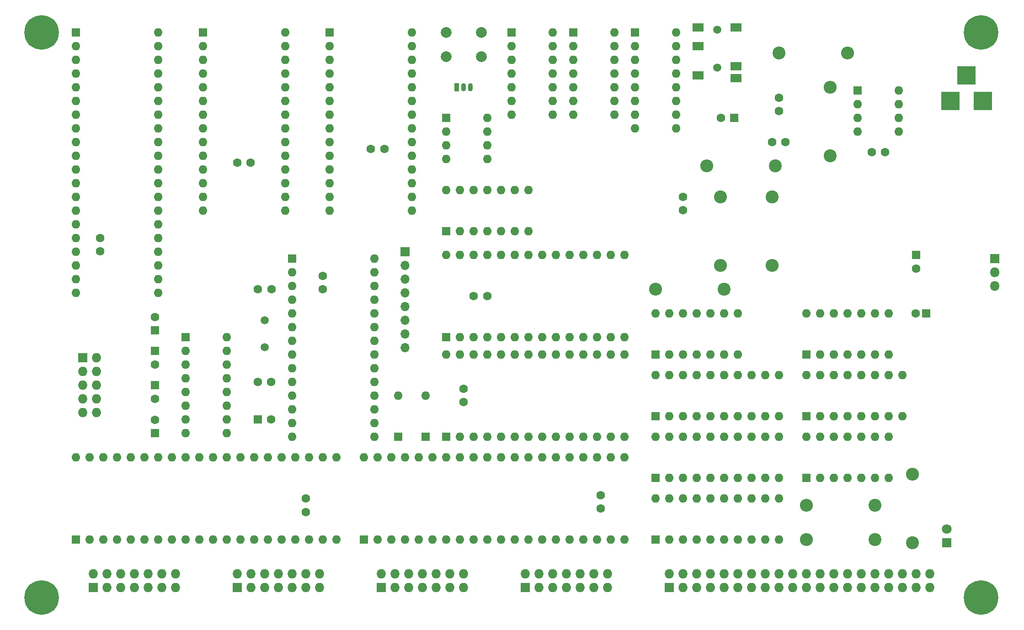
<source format=gbr>
G04 #@! TF.FileFunction,Soldermask,Top*
%FSLAX46Y46*%
G04 Gerber Fmt 4.6, Leading zero omitted, Abs format (unit mm)*
G04 Created by KiCad (PCBNEW 4.0.6-e0-6349~53~ubuntu16.04.1) date Tue Jun 13 06:23:48 2017*
%MOMM*%
%LPD*%
G01*
G04 APERTURE LIST*
%ADD10C,0.100000*%
%ADD11R,1.600000X1.600000*%
%ADD12C,1.600000*%
%ADD13O,1.600000X1.600000*%
%ADD14R,1.800000X1.800000*%
%ADD15C,1.800000*%
%ADD16R,1.727200X1.727200*%
%ADD17O,1.727200X1.727200*%
%ADD18R,3.500000X3.500000*%
%ADD19R,2.000000X1.500000*%
%ADD20C,1.500000*%
%ADD21C,6.400000*%
%ADD22O,0.900000X1.500000*%
%ADD23R,0.900000X1.500000*%
%ADD24C,2.400000*%
%ADD25O,2.400000X2.400000*%
%ADD26R,1.700000X1.700000*%
%ADD27O,1.700000X1.700000*%
%ADD28C,2.000000*%
%ADD29O,1.800000X1.800000*%
G04 APERTURE END LIST*
D10*
D11*
X50800000Y-117475000D03*
D12*
X50800000Y-114975000D03*
D11*
X50800000Y-98425000D03*
D12*
X50800000Y-95925000D03*
D11*
X50800000Y-108585000D03*
D12*
X50800000Y-111085000D03*
D11*
X69850000Y-114935000D03*
D12*
X72350000Y-114935000D03*
D11*
X50800000Y-102235000D03*
D12*
X50800000Y-104735000D03*
X69850000Y-107950000D03*
X72350000Y-107950000D03*
D11*
X191770000Y-84455000D03*
D12*
X191770000Y-86955000D03*
D11*
X193675000Y-95250000D03*
D12*
X191675000Y-95250000D03*
X40640000Y-81280000D03*
X40640000Y-83780000D03*
X66040000Y-67310000D03*
X68540000Y-67310000D03*
X90805000Y-64770000D03*
X93305000Y-64770000D03*
X81915000Y-90805000D03*
X81915000Y-88305000D03*
X78740000Y-132080000D03*
X78740000Y-129580000D03*
X107950000Y-109220000D03*
X107950000Y-111720000D03*
X133350000Y-131445000D03*
X133350000Y-128945000D03*
X165100000Y-63500000D03*
X167600000Y-63500000D03*
X72390000Y-90805000D03*
X69890000Y-90805000D03*
X186055000Y-65405000D03*
X183555000Y-65405000D03*
X148590000Y-73660000D03*
X148590000Y-76160000D03*
X166370000Y-57785000D03*
X166370000Y-55285000D03*
D11*
X158115000Y-59055000D03*
D12*
X155615000Y-59055000D03*
D11*
X95885000Y-118110000D03*
D13*
X95885000Y-110490000D03*
D11*
X100965000Y-118110000D03*
D13*
X100965000Y-110490000D03*
D14*
X197485000Y-137795000D03*
D15*
X197485000Y-135255000D03*
D16*
X37465000Y-103505000D03*
D17*
X40005000Y-103505000D03*
X37465000Y-106045000D03*
X40005000Y-106045000D03*
X37465000Y-108585000D03*
X40005000Y-108585000D03*
X37465000Y-111125000D03*
X40005000Y-111125000D03*
X37465000Y-113665000D03*
X40005000Y-113665000D03*
D16*
X39370000Y-146050000D03*
D17*
X39370000Y-143510000D03*
X41910000Y-146050000D03*
X41910000Y-143510000D03*
X44450000Y-146050000D03*
X44450000Y-143510000D03*
X46990000Y-146050000D03*
X46990000Y-143510000D03*
X49530000Y-146050000D03*
X49530000Y-143510000D03*
X52070000Y-146050000D03*
X52070000Y-143510000D03*
X54610000Y-146050000D03*
X54610000Y-143510000D03*
D16*
X66040000Y-146050000D03*
D17*
X66040000Y-143510000D03*
X68580000Y-146050000D03*
X68580000Y-143510000D03*
X71120000Y-146050000D03*
X71120000Y-143510000D03*
X73660000Y-146050000D03*
X73660000Y-143510000D03*
X76200000Y-146050000D03*
X76200000Y-143510000D03*
X78740000Y-146050000D03*
X78740000Y-143510000D03*
X81280000Y-146050000D03*
X81280000Y-143510000D03*
D18*
X198120000Y-55880000D03*
X204120000Y-55880000D03*
X201120000Y-51180000D03*
D16*
X92710000Y-146050000D03*
D17*
X92710000Y-143510000D03*
X95250000Y-146050000D03*
X95250000Y-143510000D03*
X97790000Y-146050000D03*
X97790000Y-143510000D03*
X100330000Y-146050000D03*
X100330000Y-143510000D03*
X102870000Y-146050000D03*
X102870000Y-143510000D03*
X105410000Y-146050000D03*
X105410000Y-143510000D03*
X107950000Y-146050000D03*
X107950000Y-143510000D03*
D16*
X119380000Y-146050000D03*
D17*
X119380000Y-143510000D03*
X121920000Y-146050000D03*
X121920000Y-143510000D03*
X124460000Y-146050000D03*
X124460000Y-143510000D03*
X127000000Y-146050000D03*
X127000000Y-143510000D03*
X129540000Y-146050000D03*
X129540000Y-143510000D03*
X132080000Y-146050000D03*
X132080000Y-143510000D03*
X134620000Y-146050000D03*
X134620000Y-143510000D03*
D19*
X151440000Y-51190000D03*
X151440000Y-45690000D03*
X151440000Y-42290000D03*
X158440000Y-51690000D03*
X158440000Y-49490000D03*
D20*
X154940000Y-42690000D03*
X154940000Y-49690000D03*
D19*
X158440000Y-42290000D03*
D21*
X29845000Y-147955000D03*
X29845000Y-43180000D03*
X203835000Y-43180000D03*
X203835000Y-147955000D03*
D16*
X146050000Y-146050000D03*
D17*
X146050000Y-143510000D03*
X148590000Y-146050000D03*
X148590000Y-143510000D03*
X151130000Y-146050000D03*
X151130000Y-143510000D03*
X153670000Y-146050000D03*
X153670000Y-143510000D03*
X156210000Y-146050000D03*
X156210000Y-143510000D03*
X158750000Y-146050000D03*
X158750000Y-143510000D03*
X161290000Y-146050000D03*
X161290000Y-143510000D03*
X163830000Y-146050000D03*
X163830000Y-143510000D03*
X166370000Y-146050000D03*
X166370000Y-143510000D03*
X168910000Y-146050000D03*
X168910000Y-143510000D03*
X171450000Y-146050000D03*
X171450000Y-143510000D03*
X173990000Y-146050000D03*
X173990000Y-143510000D03*
X176530000Y-146050000D03*
X176530000Y-143510000D03*
X179070000Y-146050000D03*
X179070000Y-143510000D03*
X181610000Y-146050000D03*
X181610000Y-143510000D03*
X184150000Y-146050000D03*
X184150000Y-143510000D03*
X186690000Y-146050000D03*
X186690000Y-143510000D03*
X189230000Y-146050000D03*
X189230000Y-143510000D03*
X191770000Y-146050000D03*
X191770000Y-143510000D03*
X194310000Y-146050000D03*
X194310000Y-143510000D03*
D22*
X107950000Y-53340000D03*
X109220000Y-53340000D03*
D23*
X106680000Y-53340000D03*
D24*
X175895000Y-66040000D03*
D25*
X175895000Y-53340000D03*
D24*
X155575000Y-73660000D03*
D25*
X155575000Y-86360000D03*
D24*
X165735000Y-67945000D03*
D25*
X153035000Y-67945000D03*
D24*
X165100000Y-73660000D03*
D25*
X165100000Y-86360000D03*
D24*
X166370000Y-46990000D03*
D25*
X179070000Y-46990000D03*
D24*
X191135000Y-137795000D03*
D25*
X191135000Y-125095000D03*
D24*
X184150000Y-137160000D03*
D25*
X171450000Y-137160000D03*
D24*
X184150000Y-130810000D03*
D25*
X171450000Y-130810000D03*
D24*
X156210000Y-90805000D03*
D25*
X143510000Y-90805000D03*
D26*
X97155000Y-83820000D03*
D27*
X97155000Y-86360000D03*
X97155000Y-88900000D03*
X97155000Y-91440000D03*
X97155000Y-93980000D03*
X97155000Y-96520000D03*
X97155000Y-99060000D03*
X97155000Y-101600000D03*
D28*
X104775000Y-47680000D03*
X104775000Y-43180000D03*
X111275000Y-47680000D03*
X111275000Y-43180000D03*
D11*
X36195000Y-43180000D03*
D13*
X51435000Y-91440000D03*
X36195000Y-45720000D03*
X51435000Y-88900000D03*
X36195000Y-48260000D03*
X51435000Y-86360000D03*
X36195000Y-50800000D03*
X51435000Y-83820000D03*
X36195000Y-53340000D03*
X51435000Y-81280000D03*
X36195000Y-55880000D03*
X51435000Y-78740000D03*
X36195000Y-58420000D03*
X51435000Y-76200000D03*
X36195000Y-60960000D03*
X51435000Y-73660000D03*
X36195000Y-63500000D03*
X51435000Y-71120000D03*
X36195000Y-66040000D03*
X51435000Y-68580000D03*
X36195000Y-68580000D03*
X51435000Y-66040000D03*
X36195000Y-71120000D03*
X51435000Y-63500000D03*
X36195000Y-73660000D03*
X51435000Y-60960000D03*
X36195000Y-76200000D03*
X51435000Y-58420000D03*
X36195000Y-78740000D03*
X51435000Y-55880000D03*
X36195000Y-81280000D03*
X51435000Y-53340000D03*
X36195000Y-83820000D03*
X51435000Y-50800000D03*
X36195000Y-86360000D03*
X51435000Y-48260000D03*
X36195000Y-88900000D03*
X51435000Y-45720000D03*
X36195000Y-91440000D03*
X51435000Y-43180000D03*
D11*
X59690000Y-43180000D03*
D13*
X74930000Y-76200000D03*
X59690000Y-45720000D03*
X74930000Y-73660000D03*
X59690000Y-48260000D03*
X74930000Y-71120000D03*
X59690000Y-50800000D03*
X74930000Y-68580000D03*
X59690000Y-53340000D03*
X74930000Y-66040000D03*
X59690000Y-55880000D03*
X74930000Y-63500000D03*
X59690000Y-58420000D03*
X74930000Y-60960000D03*
X59690000Y-60960000D03*
X74930000Y-58420000D03*
X59690000Y-63500000D03*
X74930000Y-55880000D03*
X59690000Y-66040000D03*
X74930000Y-53340000D03*
X59690000Y-68580000D03*
X74930000Y-50800000D03*
X59690000Y-71120000D03*
X74930000Y-48260000D03*
X59690000Y-73660000D03*
X74930000Y-45720000D03*
X59690000Y-76200000D03*
X74930000Y-43180000D03*
D11*
X83185000Y-43180000D03*
D13*
X98425000Y-76200000D03*
X83185000Y-45720000D03*
X98425000Y-73660000D03*
X83185000Y-48260000D03*
X98425000Y-71120000D03*
X83185000Y-50800000D03*
X98425000Y-68580000D03*
X83185000Y-53340000D03*
X98425000Y-66040000D03*
X83185000Y-55880000D03*
X98425000Y-63500000D03*
X83185000Y-58420000D03*
X98425000Y-60960000D03*
X83185000Y-60960000D03*
X98425000Y-58420000D03*
X83185000Y-63500000D03*
X98425000Y-55880000D03*
X83185000Y-66040000D03*
X98425000Y-53340000D03*
X83185000Y-68580000D03*
X98425000Y-50800000D03*
X83185000Y-71120000D03*
X98425000Y-48260000D03*
X83185000Y-73660000D03*
X98425000Y-45720000D03*
X83185000Y-76200000D03*
X98425000Y-43180000D03*
D11*
X56515000Y-99695000D03*
D13*
X64135000Y-117475000D03*
X56515000Y-102235000D03*
X64135000Y-114935000D03*
X56515000Y-104775000D03*
X64135000Y-112395000D03*
X56515000Y-107315000D03*
X64135000Y-109855000D03*
X56515000Y-109855000D03*
X64135000Y-107315000D03*
X56515000Y-112395000D03*
X64135000Y-104775000D03*
X56515000Y-114935000D03*
X64135000Y-102235000D03*
X56515000Y-117475000D03*
X64135000Y-99695000D03*
D11*
X76200000Y-85090000D03*
D13*
X91440000Y-118110000D03*
X76200000Y-87630000D03*
X91440000Y-115570000D03*
X76200000Y-90170000D03*
X91440000Y-113030000D03*
X76200000Y-92710000D03*
X91440000Y-110490000D03*
X76200000Y-95250000D03*
X91440000Y-107950000D03*
X76200000Y-97790000D03*
X91440000Y-105410000D03*
X76200000Y-100330000D03*
X91440000Y-102870000D03*
X76200000Y-102870000D03*
X91440000Y-100330000D03*
X76200000Y-105410000D03*
X91440000Y-97790000D03*
X76200000Y-107950000D03*
X91440000Y-95250000D03*
X76200000Y-110490000D03*
X91440000Y-92710000D03*
X76200000Y-113030000D03*
X91440000Y-90170000D03*
X76200000Y-115570000D03*
X91440000Y-87630000D03*
X76200000Y-118110000D03*
X91440000Y-85090000D03*
D11*
X36195000Y-137160000D03*
D13*
X84455000Y-121920000D03*
X38735000Y-137160000D03*
X81915000Y-121920000D03*
X41275000Y-137160000D03*
X79375000Y-121920000D03*
X43815000Y-137160000D03*
X76835000Y-121920000D03*
X46355000Y-137160000D03*
X74295000Y-121920000D03*
X48895000Y-137160000D03*
X71755000Y-121920000D03*
X51435000Y-137160000D03*
X69215000Y-121920000D03*
X53975000Y-137160000D03*
X66675000Y-121920000D03*
X56515000Y-137160000D03*
X64135000Y-121920000D03*
X59055000Y-137160000D03*
X61595000Y-121920000D03*
X61595000Y-137160000D03*
X59055000Y-121920000D03*
X64135000Y-137160000D03*
X56515000Y-121920000D03*
X66675000Y-137160000D03*
X53975000Y-121920000D03*
X69215000Y-137160000D03*
X51435000Y-121920000D03*
X71755000Y-137160000D03*
X48895000Y-121920000D03*
X74295000Y-137160000D03*
X46355000Y-121920000D03*
X76835000Y-137160000D03*
X43815000Y-121920000D03*
X79375000Y-137160000D03*
X41275000Y-121920000D03*
X81915000Y-137160000D03*
X38735000Y-121920000D03*
X84455000Y-137160000D03*
X36195000Y-121920000D03*
D11*
X104775000Y-118110000D03*
D13*
X137795000Y-102870000D03*
X107315000Y-118110000D03*
X135255000Y-102870000D03*
X109855000Y-118110000D03*
X132715000Y-102870000D03*
X112395000Y-118110000D03*
X130175000Y-102870000D03*
X114935000Y-118110000D03*
X127635000Y-102870000D03*
X117475000Y-118110000D03*
X125095000Y-102870000D03*
X120015000Y-118110000D03*
X122555000Y-102870000D03*
X122555000Y-118110000D03*
X120015000Y-102870000D03*
X125095000Y-118110000D03*
X117475000Y-102870000D03*
X127635000Y-118110000D03*
X114935000Y-102870000D03*
X130175000Y-118110000D03*
X112395000Y-102870000D03*
X132715000Y-118110000D03*
X109855000Y-102870000D03*
X135255000Y-118110000D03*
X107315000Y-102870000D03*
X137795000Y-118110000D03*
X104775000Y-102870000D03*
D11*
X128270000Y-43180000D03*
D13*
X135890000Y-58420000D03*
X128270000Y-45720000D03*
X135890000Y-55880000D03*
X128270000Y-48260000D03*
X135890000Y-53340000D03*
X128270000Y-50800000D03*
X135890000Y-50800000D03*
X128270000Y-53340000D03*
X135890000Y-48260000D03*
X128270000Y-55880000D03*
X135890000Y-45720000D03*
X128270000Y-58420000D03*
X135890000Y-43180000D03*
D11*
X116840000Y-43180000D03*
D13*
X124460000Y-58420000D03*
X116840000Y-45720000D03*
X124460000Y-55880000D03*
X116840000Y-48260000D03*
X124460000Y-53340000D03*
X116840000Y-50800000D03*
X124460000Y-50800000D03*
X116840000Y-53340000D03*
X124460000Y-48260000D03*
X116840000Y-55880000D03*
X124460000Y-45720000D03*
X116840000Y-58420000D03*
X124460000Y-43180000D03*
D11*
X139700000Y-43180000D03*
D13*
X147320000Y-60960000D03*
X139700000Y-45720000D03*
X147320000Y-58420000D03*
X139700000Y-48260000D03*
X147320000Y-55880000D03*
X139700000Y-50800000D03*
X147320000Y-53340000D03*
X139700000Y-53340000D03*
X147320000Y-50800000D03*
X139700000Y-55880000D03*
X147320000Y-48260000D03*
X139700000Y-58420000D03*
X147320000Y-45720000D03*
X139700000Y-60960000D03*
X147320000Y-43180000D03*
D14*
X206375000Y-85090000D03*
D29*
X206375000Y-87630000D03*
X206375000Y-90170000D03*
D11*
X89535000Y-137160000D03*
D13*
X137795000Y-121920000D03*
X92075000Y-137160000D03*
X135255000Y-121920000D03*
X94615000Y-137160000D03*
X132715000Y-121920000D03*
X97155000Y-137160000D03*
X130175000Y-121920000D03*
X99695000Y-137160000D03*
X127635000Y-121920000D03*
X102235000Y-137160000D03*
X125095000Y-121920000D03*
X104775000Y-137160000D03*
X122555000Y-121920000D03*
X107315000Y-137160000D03*
X120015000Y-121920000D03*
X109855000Y-137160000D03*
X117475000Y-121920000D03*
X112395000Y-137160000D03*
X114935000Y-121920000D03*
X114935000Y-137160000D03*
X112395000Y-121920000D03*
X117475000Y-137160000D03*
X109855000Y-121920000D03*
X120015000Y-137160000D03*
X107315000Y-121920000D03*
X122555000Y-137160000D03*
X104775000Y-121920000D03*
X125095000Y-137160000D03*
X102235000Y-121920000D03*
X127635000Y-137160000D03*
X99695000Y-121920000D03*
X130175000Y-137160000D03*
X97155000Y-121920000D03*
X132715000Y-137160000D03*
X94615000Y-121920000D03*
X135255000Y-137160000D03*
X92075000Y-121920000D03*
X137795000Y-137160000D03*
X89535000Y-121920000D03*
D11*
X104775000Y-99695000D03*
D13*
X137795000Y-84455000D03*
X107315000Y-99695000D03*
X135255000Y-84455000D03*
X109855000Y-99695000D03*
X132715000Y-84455000D03*
X112395000Y-99695000D03*
X130175000Y-84455000D03*
X114935000Y-99695000D03*
X127635000Y-84455000D03*
X117475000Y-99695000D03*
X125095000Y-84455000D03*
X120015000Y-99695000D03*
X122555000Y-84455000D03*
X122555000Y-99695000D03*
X120015000Y-84455000D03*
X125095000Y-99695000D03*
X117475000Y-84455000D03*
X127635000Y-99695000D03*
X114935000Y-84455000D03*
X130175000Y-99695000D03*
X112395000Y-84455000D03*
X132715000Y-99695000D03*
X109855000Y-84455000D03*
X135255000Y-99695000D03*
X107315000Y-84455000D03*
X137795000Y-99695000D03*
X104775000Y-84455000D03*
D11*
X104775000Y-80010000D03*
D13*
X120015000Y-72390000D03*
X107315000Y-80010000D03*
X117475000Y-72390000D03*
X109855000Y-80010000D03*
X114935000Y-72390000D03*
X112395000Y-80010000D03*
X112395000Y-72390000D03*
X114935000Y-80010000D03*
X109855000Y-72390000D03*
X117475000Y-80010000D03*
X107315000Y-72390000D03*
X120015000Y-80010000D03*
X104775000Y-72390000D03*
D11*
X171450000Y-102870000D03*
D13*
X186690000Y-95250000D03*
X173990000Y-102870000D03*
X184150000Y-95250000D03*
X176530000Y-102870000D03*
X181610000Y-95250000D03*
X179070000Y-102870000D03*
X179070000Y-95250000D03*
X181610000Y-102870000D03*
X176530000Y-95250000D03*
X184150000Y-102870000D03*
X173990000Y-95250000D03*
X186690000Y-102870000D03*
X171450000Y-95250000D03*
D11*
X171450000Y-114300000D03*
D13*
X189230000Y-106680000D03*
X173990000Y-114300000D03*
X186690000Y-106680000D03*
X176530000Y-114300000D03*
X184150000Y-106680000D03*
X179070000Y-114300000D03*
X181610000Y-106680000D03*
X181610000Y-114300000D03*
X179070000Y-106680000D03*
X184150000Y-114300000D03*
X176530000Y-106680000D03*
X186690000Y-114300000D03*
X173990000Y-106680000D03*
X189230000Y-114300000D03*
X171450000Y-106680000D03*
D11*
X143510000Y-102870000D03*
D13*
X158750000Y-95250000D03*
X146050000Y-102870000D03*
X156210000Y-95250000D03*
X148590000Y-102870000D03*
X153670000Y-95250000D03*
X151130000Y-102870000D03*
X151130000Y-95250000D03*
X153670000Y-102870000D03*
X148590000Y-95250000D03*
X156210000Y-102870000D03*
X146050000Y-95250000D03*
X158750000Y-102870000D03*
X143510000Y-95250000D03*
D11*
X171450000Y-125730000D03*
D13*
X186690000Y-118110000D03*
X173990000Y-125730000D03*
X184150000Y-118110000D03*
X176530000Y-125730000D03*
X181610000Y-118110000D03*
X179070000Y-125730000D03*
X179070000Y-118110000D03*
X181610000Y-125730000D03*
X176530000Y-118110000D03*
X184150000Y-125730000D03*
X173990000Y-118110000D03*
X186690000Y-125730000D03*
X171450000Y-118110000D03*
D11*
X143510000Y-137160000D03*
D13*
X166370000Y-129540000D03*
X146050000Y-137160000D03*
X163830000Y-129540000D03*
X148590000Y-137160000D03*
X161290000Y-129540000D03*
X151130000Y-137160000D03*
X158750000Y-129540000D03*
X153670000Y-137160000D03*
X156210000Y-129540000D03*
X156210000Y-137160000D03*
X153670000Y-129540000D03*
X158750000Y-137160000D03*
X151130000Y-129540000D03*
X161290000Y-137160000D03*
X148590000Y-129540000D03*
X163830000Y-137160000D03*
X146050000Y-129540000D03*
X166370000Y-137160000D03*
X143510000Y-129540000D03*
D11*
X143510000Y-125730000D03*
D13*
X166370000Y-118110000D03*
X146050000Y-125730000D03*
X163830000Y-118110000D03*
X148590000Y-125730000D03*
X161290000Y-118110000D03*
X151130000Y-125730000D03*
X158750000Y-118110000D03*
X153670000Y-125730000D03*
X156210000Y-118110000D03*
X156210000Y-125730000D03*
X153670000Y-118110000D03*
X158750000Y-125730000D03*
X151130000Y-118110000D03*
X161290000Y-125730000D03*
X148590000Y-118110000D03*
X163830000Y-125730000D03*
X146050000Y-118110000D03*
X166370000Y-125730000D03*
X143510000Y-118110000D03*
D11*
X143510000Y-114300000D03*
D13*
X166370000Y-106680000D03*
X146050000Y-114300000D03*
X163830000Y-106680000D03*
X148590000Y-114300000D03*
X161290000Y-106680000D03*
X151130000Y-114300000D03*
X158750000Y-106680000D03*
X153670000Y-114300000D03*
X156210000Y-106680000D03*
X156210000Y-114300000D03*
X153670000Y-106680000D03*
X158750000Y-114300000D03*
X151130000Y-106680000D03*
X161290000Y-114300000D03*
X148590000Y-106680000D03*
X163830000Y-114300000D03*
X146050000Y-106680000D03*
X166370000Y-114300000D03*
X143510000Y-106680000D03*
D11*
X104775000Y-59055000D03*
D13*
X112395000Y-66675000D03*
X104775000Y-61595000D03*
X112395000Y-64135000D03*
X104775000Y-64135000D03*
X112395000Y-61595000D03*
X104775000Y-66675000D03*
X112395000Y-59055000D03*
D20*
X71120000Y-96520000D03*
X71120000Y-101520000D03*
D12*
X109855000Y-92075000D03*
X112355000Y-92075000D03*
D11*
X180975000Y-53975000D03*
D13*
X188595000Y-61595000D03*
X180975000Y-56515000D03*
X188595000Y-59055000D03*
X180975000Y-59055000D03*
X188595000Y-56515000D03*
X180975000Y-61595000D03*
X188595000Y-53975000D03*
M02*

</source>
